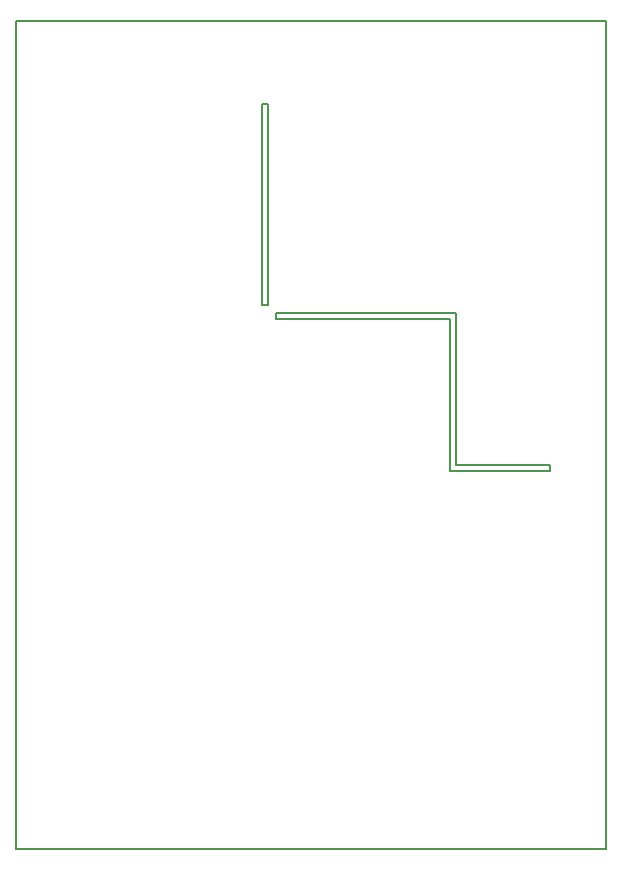
<source format=gbr>
G04 #@! TF.FileFunction,Profile,NP*
%FSLAX46Y46*%
G04 Gerber Fmt 4.6, Leading zero omitted, Abs format (unit mm)*
G04 Created by KiCad (PCBNEW 4.0.7) date Thu Apr 26 00:57:05 2018*
%MOMM*%
%LPD*%
G01*
G04 APERTURE LIST*
%ADD10C,0.100000*%
%ADD11C,0.160000*%
G04 APERTURE END LIST*
D10*
D11*
X36750000Y-25175000D02*
X22000000Y-25175000D01*
X36750000Y-38050000D02*
X36750000Y-25175000D01*
X45250000Y-38050000D02*
X36750000Y-38050000D01*
X45250000Y-37550000D02*
X45250000Y-38050000D01*
X37250000Y-37550000D02*
X45250000Y-37550000D01*
X37250000Y-24675000D02*
X37250000Y-37550000D01*
X22000000Y-24675000D02*
X37250000Y-24675000D01*
X22000000Y-24675000D02*
X22000000Y-25175000D01*
X21325000Y-24000000D02*
X20825000Y-24000000D01*
X20825000Y-24000000D02*
X20825000Y-7000000D01*
X21325000Y-7000000D02*
X21325000Y-24000000D01*
X20825000Y-7000000D02*
X21325000Y-7000000D01*
X50000000Y-70100000D02*
X50000000Y0D01*
X0Y0D02*
X50000000Y0D01*
X0Y0D02*
X0Y-70100000D01*
X0Y-70100000D02*
X50000000Y-70100000D01*
M02*

</source>
